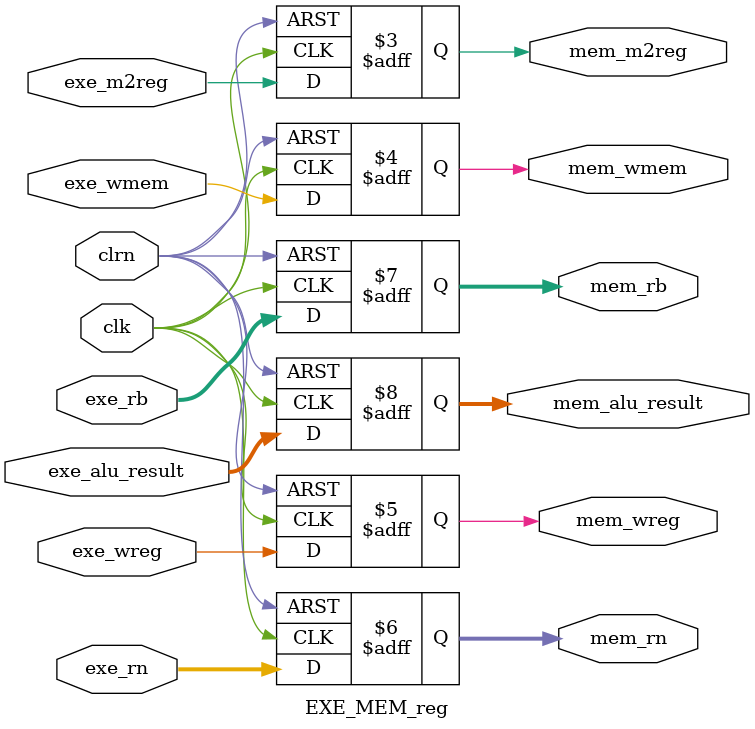
<source format=v>
`timescale 1ns / 1ps


module EXE_MEM_reg(
    clk, clrn,
    exe_m2reg, exe_wmem, exe_wreg,
    exe_rn, exe_rb, exe_alu_result,
    mem_m2reg, mem_wmem, mem_wreg, mem_rn, mem_rb, mem_alu_result
);
    input clk, clrn;
    input exe_m2reg, exe_wmem, exe_wreg;
    input [4:0] exe_rn;
    input [31:0] exe_rb, exe_alu_result;

    output mem_m2reg, mem_wmem, mem_wreg;
    output [4:0] mem_rn;
    output [31:0] mem_rb, mem_alu_result;

    reg mem_m2reg, mem_wmem, mem_wreg;
    reg [4:0] mem_rn;
    reg [31:0] mem_rb, mem_alu_result;

    always @ (negedge clrn or posedge clk)
        if (clrn == 0)
            begin
                mem_m2reg <= 0;
                mem_wmem <= 0;
                mem_wreg <= 0;
                mem_rn <= 0;
                mem_rb <= 0;
                mem_alu_result <= 0;
            end
        else
            begin
                mem_m2reg <= exe_m2reg;
                mem_wmem <= exe_wmem;
                mem_wreg <= exe_wreg;
                mem_rn <= exe_rn;
                mem_rb <= exe_rb;
                mem_alu_result <= exe_alu_result;
            end
endmodule

</source>
